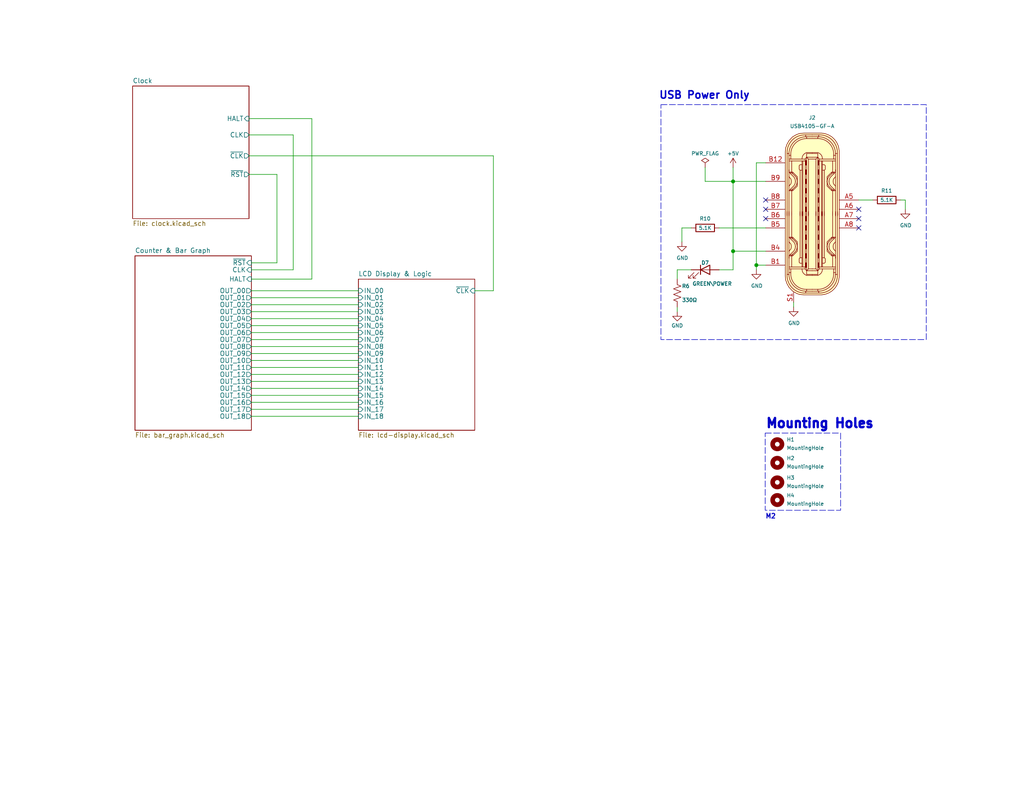
<source format=kicad_sch>
(kicad_sch (version 20230121) (generator eeschema)
  (paper "USLetter")
  (title_block (title "${project_name}") (date "2024-03-01") (rev "${version}"))
  (lib_symbols
    (symbol "Device:LED" (pin_numbers hide) (pin_names (offset 1.016) hide)
      (property "Reference" "D" (at 0 2.54 0))
      (property "Value" "LED" (at 0 -2.54 0))
      (symbol "LED_0_1"
        (polyline (pts (xy -1.27 -1.27) (xy -1.27 1.27)) (stroke (width 0.254)))
        (polyline (pts (xy -1.27 0) (xy 1.27 0)))
        (polyline (pts (xy 1.27 -1.27) (xy 1.27 1.27) (xy -1.27 0) (xy 1.27 -1.27)) (stroke (width 0.254)))
        (polyline (pts (xy -3.048 -0.762) (xy -4.572 -2.286) (xy -3.81 -2.286) (xy -4.572 -2.286) (xy -4.572 -1.524)))
        (polyline (pts (xy -1.778 -0.762) (xy -3.302 -2.286) (xy -2.54 -2.286) (xy -3.302 -2.286) (xy -3.302 -1.524)))
      )
      (symbol "LED_1_1"
        (pin passive line (at -3.81 0 0) (length 2.54) (name "K") (number "1"))
        (pin passive line (at 3.81 0 180) (length 2.54) (name "A") (number "2"))
      )
    )
    (symbol "Device:R" (pin_numbers hide) (pin_names (offset 0))
      (property "Reference" "R" (at 2.032 0 90))
      (property "Value" "R" (at 0 0 90))
      (symbol "R_0_1"
        (rectangle (start -1.016 -2.54) (end 1.016 2.54) (stroke (width 0.254)))
      )
      (symbol "R_1_1"
        (pin passive line (at 0 3.81 270) (length 1.27) (name "~") (number "1"))
        (pin passive line (at 0 -3.81 90) (length 1.27) (name "~") (number "2"))
      )
    )
    (symbol "Device:R_US" (pin_numbers hide) (pin_names (offset 0))
      (property "Reference" "R" (at 2.54 0 90))
      (property "Value" "R_US" (at -2.54 0 90))
      (symbol "R_US_0_1"
        (polyline (pts (xy 0 -2.286) (xy 0 -2.54)))
        (polyline (pts (xy 0 2.286) (xy 0 2.54)))
        (polyline (pts (xy 0 -0.762) (xy 1.016 -1.143) (xy 0 -1.524) (xy -1.016 -1.905) (xy 0 -2.286)))
        (polyline (pts (xy 0 0.762) (xy 1.016 0.381) (xy 0 0) (xy -1.016 -0.381) (xy 0 -0.762)))
        (polyline (pts (xy 0 2.286) (xy 1.016 1.905) (xy 0 1.524) (xy -1.016 1.143) (xy 0 0.762)))
      )
      (symbol "R_US_1_1"
        (pin passive line (at 0 3.81 270) (length 1.27) (name "~") (number "1"))
        (pin passive line (at 0 -3.81 90) (length 1.27) (name "~") (number "2"))
      )
    )
    (symbol "Mechanical:MountingHole" (pin_names (offset 1.016))
      (property "Reference" "H" (at 0 5.08 0))
      (property "Value" "MountingHole" (at 0 3.175 0))
      (symbol "MountingHole_0_1"
        (circle (center 0 0) (radius 1.27) (stroke (width 1.27)))
      )
    )
    (symbol "homebrew_cpu:USB4105-GF-A" (pin_names (offset 1.016))
      (property "Reference" "J" (at -11.43 19.05 0))
      (property "Value" "JWlib_USB4105-GF-A" (at -1.27 -24.13 0))
      (symbol "USB4105-GF-A_1_1"
        (arc (start -6.858 -16.51) (mid -5.4492 -20.1812) (end -1.778 -21.59))
        (arc (start -6.35 -16.51) (mid -4.9749 -19.7069) (end -1.778 -21.082))
        (arc (start -5.842 -16.002) (mid -4.6972 -19.2495) (end -1.524 -20.574))
        (rectangle (start -1.778 -14.605) (end -1.524 -13.335) (fill (type outline)))
        (rectangle (start -1.778 -12.065) (end -1.524 -10.795) (fill (type outline)))
        (rectangle (start -1.778 -9.525) (end -1.524 -8.255) (fill (type outline)))
        (rectangle (start -1.778 -6.985) (end -1.524 -5.715) (fill (type outline)))
        (rectangle (start -1.778 -4.445) (end -1.524 -3.175) (fill (type outline)))
        (rectangle (start -1.778 -1.905) (end -1.524 -0.635) (fill (type outline)))
        (rectangle (start -1.778 1.905) (end -1.524 0.635) (fill (type outline)))
        (rectangle (start -1.778 4.445) (end -1.524 3.175) (fill (type outline)))
        (rectangle (start -1.778 6.985) (end -1.524 5.715) (fill (type outline)))
        (rectangle (start -1.778 9.525) (end -1.524 8.255) (fill (type outline)))
        (rectangle (start -1.778 12.065) (end -1.524 10.795) (fill (type outline)))
        (rectangle (start -1.778 14.605) (end -1.524 13.335) (fill (type outline)))
        (arc (start -1.778 21.082) (mid -4.9749 19.7069) (end -6.35 16.51))
        (arc (start -1.778 21.59) (mid -5.4492 20.1812) (end -6.858 16.51))
        (arc (start -1.524 20.574) (mid -4.6883 19.2412) (end -5.842 16.002))
        (polyline (pts (xy -7.366 -0.508) (xy -7.366 0.635)))
        (polyline (pts (xy -6.858 -0.508) (xy -6.858 0.635)))
        (polyline (pts (xy -6.35 -14.986) (xy -1.905 -14.986)))
        (polyline (pts (xy -6.35 -12.065) (xy -6.35 0)))
        (polyline (pts (xy -6.35 -0.508) (xy -6.35 0.635)))
        (polyline (pts (xy -6.35 12.065) (xy -6.35 0)))
        (polyline (pts (xy -6.35 14.986) (xy -1.905 14.986)))
        (polyline (pts (xy -5.842 -11.43) (xy -5.842 -10.922)))
        (polyline (pts (xy -5.842 -6.35) (xy -5.842 -6.858)))
        (polyline (pts (xy -5.842 6.35) (xy -5.842 6.858)))
        (polyline (pts (xy -5.842 11.43) (xy -5.842 10.922)))
        (polyline (pts (xy -5.588 -14.478) (xy -5.588 -11.43)))
        (polyline (pts (xy -5.588 -6.35) (xy -5.588 0)))
        (polyline (pts (xy -5.588 -0.508) (xy -5.588 0.635)))
        (polyline (pts (xy -5.588 6.35) (xy -5.588 0)))
        (polyline (pts (xy -5.588 14.478) (xy -5.588 11.43)))
        (polyline (pts (xy -5.334 -11.43) (xy -5.334 -11.049)))
        (polyline (pts (xy -5.334 -6.604) (xy -5.334 -6.731)))
        (polyline (pts (xy -5.334 -6.35) (xy -5.334 -6.604)))
        (polyline (pts (xy -5.334 6.35) (xy -5.334 6.604)))
        (polyline (pts (xy -5.334 6.604) (xy -5.334 6.731)))
        (polyline (pts (xy -5.334 11.43) (xy -5.334 11.049)))
        (polyline (pts (xy -3.302 -0.508) (xy -3.302 0.635)))
        (polyline (pts (xy -3.302 0) (xy -3.302 -11.938)))
        (polyline (pts (xy -3.302 0) (xy -3.302 11.938)))
        (polyline (pts (xy -2.794 -0.508) (xy -2.794 0.635)))
        (polyline (pts (xy -2.794 0) (xy -2.794 -14.478)))
        (polyline (pts (xy -2.794 0) (xy -2.794 14.478)))
        (polyline (pts (xy -2.54 -14.478) (xy -2.54 0)))
        (polyline (pts (xy -2.54 -0.508) (xy -2.54 0.635)))
        (polyline (pts (xy -2.54 14.478) (xy -2.54 0)))
        (polyline (pts (xy -1.905 -14.478) (xy -6.35 -14.478)))
        (polyline (pts (xy -1.905 -0.508) (xy -1.905 0.635)))
        (polyline (pts (xy -1.905 0) (xy -1.905 -14.605)))
        (polyline (pts (xy -1.905 0) (xy -1.905 14.605)))
        (polyline (pts (xy -1.905 14.478) (xy -6.35 14.478)))
        (polyline (pts (xy -1.778 -21.59) (xy 0 -21.59)) (fill (type background)))
        (polyline (pts (xy -1.778 -21.082) (xy -1.778 -21.463)))
        (polyline (pts (xy -1.778 -21.082) (xy 0 -21.082)))
        (polyline (pts (xy -1.778 21.082) (xy -1.778 21.463)))
        (polyline (pts (xy -1.778 21.082) (xy 0 21.082)))
        (polyline (pts (xy -1.778 21.59) (xy 0 21.59)) (fill (type background)))
        (polyline (pts (xy -1.524 -20.701) (xy -1.524 -21.082)))
        (polyline (pts (xy -1.524 -20.574) (xy 0 -20.574)))
        (polyline (pts (xy -1.524 -0.508) (xy -1.524 0.635)))
        (polyline (pts (xy -1.524 20.574) (xy 0 20.574)))
        (polyline (pts (xy -1.524 20.701) (xy -1.524 21.082)))
        (polyline (pts (xy -1.016 -14.986) (xy -1.524 -15.494)))
        (polyline (pts (xy -1.016 -0.508) (xy -1.016 0.635)))
        (polyline (pts (xy -1.016 14.986) (xy -1.524 15.494)))
        (polyline (pts (xy 0 -16.764) (xy -1.524 -16.764)))
        (polyline (pts (xy 0 -16.764) (xy 1.524 -16.764)))
        (polyline (pts (xy 0 16.764) (xy -1.524 16.764)))
        (polyline (pts (xy 0 16.764) (xy 1.524 16.764)))
        (polyline (pts (xy 1.016 -14.986) (xy 1.524 -15.494)))
        (polyline (pts (xy 1.016 -0.508) (xy 1.016 0.635)))
        (polyline (pts (xy 1.016 14.986) (xy 1.524 15.494)))
        (polyline (pts (xy 1.524 -20.701) (xy 1.524 -21.082)))
        (polyline (pts (xy 1.524 -20.574) (xy 0 -20.574)))
        (polyline (pts (xy 1.524 -0.508) (xy 1.524 0.635)))
        (polyline (pts (xy 1.524 20.574) (xy 0 20.574)))
        (polyline (pts (xy 1.524 20.701) (xy 1.524 21.082)))
        (polyline (pts (xy 1.778 -21.59) (xy 0 -21.59)) (fill (type background)))
        (polyline (pts (xy 1.778 -21.082) (xy 0 -21.082)))
        (polyline (pts (xy 1.778 -21.082) (xy 1.778 -21.463)))
        (polyline (pts (xy 1.778 21.082) (xy 0 21.082)))
        (polyline (pts (xy 1.778 21.082) (xy 1.778 21.463)))
        (polyline (pts (xy 1.778 21.59) (xy 0 21.59)) (fill (type background)))
        (polyline (pts (xy 1.905 -14.478) (xy 6.35 -14.478)))
        (polyline (pts (xy 1.905 -0.508) (xy 1.905 0.635)))
        (polyline (pts (xy 1.905 0) (xy 1.905 -14.605)))
        (polyline (pts (xy 1.905 0) (xy 1.905 14.605)))
        (polyline (pts (xy 1.905 14.478) (xy 6.35 14.478)))
        (polyline (pts (xy 2.54 -14.478) (xy 2.54 0)))
        (polyline (pts (xy 2.54 -0.508) (xy 2.54 0.635)))
        (polyline (pts (xy 2.54 14.478) (xy 2.54 0)))
        (polyline (pts (xy 2.794 -0.508) (xy 2.794 0.635)))
        (polyline (pts (xy 2.794 0) (xy 2.794 -14.478)))
        (polyline (pts (xy 2.794 0) (xy 2.794 14.478)))
        (polyline (pts (xy 3.302 -0.508) (xy 3.302 0.635)))
        (polyline (pts (xy 3.302 0) (xy 3.302 -11.938)))
        (polyline (pts (xy 3.302 0) (xy 3.302 11.938)))
        (polyline (pts (xy 5.334 -11.43) (xy 5.334 -11.049)))
        (polyline (pts (xy 5.334 -6.604) (xy 5.334 -6.731)))
        (polyline (pts (xy 5.334 -6.35) (xy 5.334 -6.604)))
        (polyline (pts (xy 5.334 6.35) (xy 5.334 6.604)))
        (polyline (pts (xy 5.334 6.604) (xy 5.334 6.731)))
        (polyline (pts (xy 5.334 11.43) (xy 5.334 11.049)))
        (polyline (pts (xy 5.588 -14.478) (xy 5.588 -11.43)))
        (polyline (pts (xy 5.588 -6.35) (xy 5.588 0)))
        (polyline (pts (xy 5.588 -0.508) (xy 5.588 0.635)))
        (polyline (pts (xy 5.588 6.35) (xy 5.588 0)))
        (polyline (pts (xy 5.588 14.478) (xy 5.588 11.43)))
        (polyline (pts (xy 5.842 -11.43) (xy 5.842 -10.922)))
        (polyline (pts (xy 5.842 -6.35) (xy 5.842 -6.858)))
        (polyline (pts (xy 5.842 6.35) (xy 5.842 6.858)))
        (polyline (pts (xy 5.842 11.43) (xy 5.842 10.922)))
        (polyline (pts (xy 6.35 -14.986) (xy 1.905 -14.986)))
        (polyline (pts (xy 6.35 -12.065) (xy 6.35 0)))
        (polyline (pts (xy 6.35 -0.508) (xy 6.35 0.635)))
        (polyline (pts (xy 6.35 12.065) (xy 6.35 0)))
        (polyline (pts (xy 6.35 14.986) (xy 1.905 14.986)))
        (polyline (pts (xy 6.858 -0.508) (xy 6.858 0.635)))
        (polyline (pts (xy 7.366 -0.508) (xy 7.366 0.635)))
        (polyline (pts (xy -6.35 -16.51) (xy -6.858 -16.51) (xy -6.858 0)))
        (polyline (pts (xy -6.35 -11.684) (xy -6.35 -15.875) (xy -6.35 -16.51)))
        (polyline (pts (xy -6.35 11.684) (xy -6.35 15.875) (xy -6.35 16.51)))
        (polyline (pts (xy -6.35 16.51) (xy -6.858 16.51) (xy -6.858 0)))
        (polyline (pts (xy -5.842 -14.986) (xy -5.842 -16.002) (xy -6.35 -16.002)))
        (polyline (pts (xy -5.842 14.986) (xy -5.842 16.002) (xy -6.35 16.002)))
        (polyline (pts (xy -1.524 0) (xy -1.524 -15.494) (xy 0 -15.494)))
        (polyline (pts (xy -1.524 0) (xy -1.524 15.494) (xy 0 15.494)))
        (polyline (pts (xy -1.016 0) (xy -1.016 -14.986) (xy 0 -14.986)))
        (polyline (pts (xy -1.016 0) (xy -1.016 14.986) (xy 0 14.986)))
        (polyline (pts (xy 1.016 0) (xy 1.016 -14.986) (xy 0 -14.986)))
        (polyline (pts (xy 1.016 0) (xy 1.016 14.986) (xy 0 14.986)))
        (polyline (pts (xy 1.524 0) (xy 1.524 -15.494) (xy 0 -15.494)))
        (polyline (pts (xy 1.524 0) (xy 1.524 15.494) (xy 0 15.494)))
        (polyline (pts (xy 5.842 -14.986) (xy 5.842 -16.002) (xy 6.35 -16.002)))
        (polyline (pts (xy 5.842 14.986) (xy 5.842 16.002) (xy 6.35 16.002)))
        (polyline (pts (xy 6.35 -16.51) (xy 6.858 -16.51) (xy 6.858 0)))
        (polyline (pts (xy 6.35 -11.684) (xy 6.35 -15.875) (xy 6.35 -16.51)))
        (polyline (pts (xy 6.35 11.684) (xy 6.35 15.875) (xy 6.35 16.51)))
        (polyline (pts (xy 6.35 16.51) (xy 6.858 16.51) (xy 6.858 0)))
        (polyline (pts (xy -6.35 -11.43) (xy -4.9276 -10.0076) (xy -4.6736 -9.4996) (xy -4.572 -8.89)))
        (polyline (pts (xy -6.35 -10.16) (xy -5.842 -9.6012) (xy -5.7404 -9.271) (xy -5.715 -8.9154)))
        (polyline (pts (xy -6.35 -7.62) (xy -5.842 -8.1788) (xy -5.7404 -8.509) (xy -5.715 -8.8646)))
        (polyline (pts (xy -6.35 -6.35) (xy -4.9276 -7.7724) (xy -4.6736 -8.2804) (xy -4.572 -8.89)))
        (polyline (pts (xy -6.35 6.35) (xy -4.9276 7.7724) (xy -4.6736 8.2804) (xy -4.572 8.89)))
        (polyline (pts (xy -6.35 7.62) (xy -5.842 8.1788) (xy -5.7404 8.509) (xy -5.715 8.8646)))
        (polyline (pts (xy -6.35 10.16) (xy -5.842 9.6012) (xy -5.7404 9.271) (xy -5.715 8.9154)))
        (polyline (pts (xy -6.35 11.43) (xy -4.9276 10.0076) (xy -4.6736 9.4996) (xy -4.572 8.89)))
        (polyline (pts (xy -1.905 -14.605) (xy -1.905 -14.986) (xy -1.778 -15.24) (xy -1.524 -15.494)))
        (polyline (pts (xy -1.905 14.605) (xy -1.905 14.986) (xy -1.778 15.24) (xy -1.524 15.494)))
        (polyline (pts (xy 0 -16.51) (xy -1.397 -16.51) (xy -1.524 -16.51) (xy -1.524 -15.494)))
        (polyline (pts (xy 0 -16.51) (xy 1.397 -16.51) (xy 1.524 -16.51) (xy 1.524 -15.494)))
        (polyline (pts (xy 0 16.51) (xy -1.397 16.51) (xy -1.524 16.51) (xy -1.524 15.494)))
        (polyline (pts (xy 0 16.51) (xy 1.397 16.51) (xy 1.524 16.51) (xy 1.524 15.494)))
        (polyline (pts (xy 1.905 -14.605) (xy 1.905 -14.986) (xy 1.778 -15.24) (xy 1.524 -15.494)))
        (polyline (pts (xy 1.905 14.605) (xy 1.905 14.986) (xy 1.778 15.24) (xy 1.524 15.494)))
        (polyline (pts (xy 6.35 -11.43) (xy 4.9276 -10.0076) (xy 4.6736 -9.4996) (xy 4.572 -8.89)))
        (polyline (pts (xy 6.35 -10.16) (xy 5.842 -9.6012) (xy 5.7404 -9.271) (xy 5.715 -8.9154)))
        (polyline (pts (xy 6.35 -7.62) (xy 5.842 -8.1788) (xy 5.7404 -8.509) (xy 5.715 -8.8646)))
        (polyline (pts (xy 6.35 -6.35) (xy 4.9276 -7.7724) (xy 4.6736 -8.2804) (xy 4.572 -8.89)))
        (polyline (pts (xy 6.35 6.35) (xy 4.9276 7.7724) (xy 4.6736 8.2804) (xy 4.572 8.89)))
        (polyline (pts (xy 6.35 7.62) (xy 5.842 8.1788) (xy 5.7404 8.509) (xy 5.715 8.8646)))
        (polyline (pts (xy 6.35 10.16) (xy 5.842 9.6012) (xy 5.7404 9.271) (xy 5.715 8.9154)))
        (polyline (pts (xy 6.35 11.43) (xy 4.9276 10.0076) (xy 4.6736 9.4996) (xy 4.572 8.89)))
        (polyline (pts (xy -5.842 -11.43) (xy -4.7752 -10.4648) (xy -4.445 -10.1092) (xy -4.2164 -9.6266) (xy -4.064 -8.89)))
        (polyline (pts (xy -5.842 -6.35) (xy -4.7752 -7.3152) (xy -4.445 -7.6708) (xy -4.2164 -8.1534) (xy -4.064 -8.89)))
        (polyline (pts (xy -5.842 6.35) (xy -4.7752 7.3152) (xy -4.445 7.6708) (xy -4.2164 8.1534) (xy -4.064 8.89)))
        (polyline (pts (xy -5.842 11.43) (xy -4.7752 10.4648) (xy -4.445 10.1092) (xy -4.2164 9.6266) (xy -4.064 8.89)))
        (polyline (pts (xy 5.842 -11.43) (xy 4.7752 -10.4648) (xy 4.445 -10.1092) (xy 4.2164 -9.6266) (xy 4.064 -8.89)))
        (polyline (pts (xy 5.842 -6.35) (xy 4.7752 -7.3152) (xy 4.445 -7.6708) (xy 4.2164 -8.1534) (xy 4.064 -8.89)))
        (polyline (pts (xy 5.842 6.35) (xy 4.7752 7.3152) (xy 4.445 7.6708) (xy 4.2164 8.1534) (xy 4.064 8.89)))
        (polyline (pts (xy 5.842 11.43) (xy 4.7752 10.4648) (xy 4.445 10.1092) (xy 4.2164 9.6266) (xy 4.064 8.89)))
        (polyline (pts (xy -6.35 -11.43) (xy -5.334 -11.43) (xy -4.064 -10.16) (xy -4.064 -7.62) (xy -5.334 -6.35) (xy -6.35 -6.35)))
        (polyline (pts (xy -6.35 11.43) (xy -5.334 11.43) (xy -4.064 10.16) (xy -4.064 7.62) (xy -5.334 6.35) (xy -6.35 6.35)))
        (polyline (pts (xy -2.794 -14.986) (xy -2.7432 -15.3924) (xy -2.6416 -15.7988) (xy -2.3876 -16.2052) (xy -1.9812 -16.5608) (xy -1.524 -16.764)))
        (polyline (pts (xy -2.794 -13.462) (xy -3.302 -13.462) (xy -3.556 -13.208) (xy -3.556 -12.192) (xy -3.302 -11.938) (xy -2.794 -11.938)))
        (polyline (pts (xy -2.794 13.462) (xy -3.302 13.462) (xy -3.556 13.208) (xy -3.556 12.192) (xy -3.302 11.938) (xy -2.794 11.938)))
        (polyline (pts (xy -2.794 14.986) (xy -2.7432 15.3924) (xy -2.6416 15.7988) (xy -2.3876 16.2052) (xy -1.9812 16.5608) (xy -1.524 16.764)))
        (polyline (pts (xy 2.794 -14.986) (xy 2.7432 -15.3924) (xy 2.6416 -15.7988) (xy 2.3876 -16.2052) (xy 1.9812 -16.5608) (xy 1.524 -16.764)))
        (polyline (pts (xy 2.794 -13.462) (xy 3.302 -13.462) (xy 3.556 -13.208) (xy 3.556 -12.192) (xy 3.302 -11.938) (xy 2.794 -11.938)))
        (polyline (pts (xy 2.794 13.462) (xy 3.302 13.462) (xy 3.556 13.208) (xy 3.556 12.192) (xy 3.302 11.938) (xy 2.794 11.938)))
        (polyline (pts (xy 2.794 14.986) (xy 2.7432 15.3924) (xy 2.6416 15.7988) (xy 2.3876 16.2052) (xy 1.9812 16.5608) (xy 1.524 16.764)))
        (polyline (pts (xy 6.35 -11.43) (xy 5.334 -11.43) (xy 4.064 -10.16) (xy 4.064 -7.62) (xy 5.334 -6.35) (xy 6.35 -6.35)))
        (polyline (pts (xy 6.35 11.43) (xy 5.334 11.43) (xy 4.064 10.16) (xy 4.064 7.62) (xy 5.334 6.35) (xy 6.35 6.35)))
        (polyline (pts (xy 7.366 0) (xy 7.366 -17.018) (xy 7.366 -17.272) (xy 7.3152 -17.526) (xy 7.2644 -18.034) (xy 7.0612 -18.7452) (xy 6.7056 -19.5072) (xy 6.2992 -20.1168) (xy 5.8928 -20.574) (xy 5.3848 -21.0312) (xy 4.6736 -21.4884) (xy 3.9624 -21.7932) (xy 3.2512 -21.9964) (xy 2.54 -22.098) (xy -2.286 -22.098) (xy -3.4036 -21.9964) (xy -4.2672 -21.6916) (xy -5.334 -21.082) (xy -6.35 -20.0152) (xy -6.9088 -18.9992) (xy -7.2644 -17.9832) (xy -7.3152 -17.526) (xy -7.366 -17.018) (xy -7.366 0)) (fill (type background)))
        (polyline (pts (xy 7.366 0) (xy 7.366 17.018) (xy 7.366 17.272) (xy 7.3152 17.526) (xy 7.2644 18.034) (xy 7.0612 18.7452) (xy 6.7056 19.5072) (xy 6.2992 20.1168) (xy 5.8928 20.574) (xy 5.3848 21.0312) (xy 4.6736 21.4884) (xy 3.9624 21.7932) (xy 3.2512 21.9964) (xy 2.54 22.098) (xy -2.286 22.098) (xy -3.4036 21.9964) (xy -4.2672 21.6916) (xy -5.334 21.082) (xy -6.35 20.0152) (xy -6.9088 18.9992) (xy -7.2644 17.9832) (xy -7.3152 17.526) (xy -7.366 17.018) (xy -7.366 0)) (fill (type background)))
        (arc (start 1.524 -20.574) (mid 4.6883 -19.2412) (end 5.842 -16.002))
        (arc (start 1.778 -21.59) (mid 5.4492 -20.1812) (end 6.858 -16.51))
        (arc (start 1.778 -21.082) (mid 4.9749 -19.7069) (end 6.35 -16.51))
        (rectangle (start 1.778 -14.605) (end 1.524 -13.335) (fill (type outline)))
        (rectangle (start 1.778 -12.065) (end 1.524 -10.795) (fill (type outline)))
        (rectangle (start 1.778 -9.525) (end 1.524 -8.255) (fill (type outline)))
        (rectangle (start 1.778 -6.985) (end 1.524 -5.715) (fill (type outline)))
        (rectangle (start 1.778 -4.445) (end 1.524 -3.175) (fill (type outline)))
        (rectangle (start 1.778 -1.905) (end 1.524 -0.635) (fill (type outline)))
        (rectangle (start 1.778 1.905) (end 1.524 0.635) (fill (type outline)))
        (rectangle (start 1.778 4.445) (end 1.524 3.175) (fill (type outline)))
        (rectangle (start 1.778 6.985) (end 1.524 5.715) (fill (type outline)))
        (rectangle (start 1.778 9.525) (end 1.524 8.255) (fill (type outline)))
        (rectangle (start 1.778 12.065) (end 1.524 10.795) (fill (type outline)))
        (rectangle (start 1.778 14.605) (end 1.524 13.335) (fill (type outline)))
        (arc (start 5.842 16.002) (mid 4.6972 19.2495) (end 1.524 20.574))
        (arc (start 6.35 16.51) (mid 4.9749 19.7069) (end 1.778 21.082))
        (arc (start 6.858 16.51) (mid 5.4492 20.1812) (end 1.778 21.59))
        (pin passive line (at -12.7 13.97 0) (length 5.334) hide (name "~") (number "A1"))
        (pin passive line (at -12.7 -13.97 0) (length 5.334) hide (name "~") (number "A12"))
        (pin passive line (at -12.7 8.89 0) (length 5.334) hide (name "~") (number "A4"))
        (pin passive line (at 12.7 3.81 180) (length 5.334) (name "~") (number "A5"))
        (pin passive line (at 12.7 1.27 180) (length 5.334) (name "~") (number "A6"))
        (pin passive line (at 12.7 -1.27 180) (length 5.334) (name "~") (number "A7"))
        (pin passive line (at 12.7 -3.81 180) (length 5.334) (name "~") (number "A8"))
        (pin passive line (at -12.7 -10.16 0) (length 5.334) hide (name "~") (number "A9"))
        (pin passive line (at -12.7 -13.97 0) (length 5.334) (name "~") (number "B1"))
        (pin passive line (at -12.7 13.97 0) (length 5.334) (name "~") (number "B12"))
        (pin passive line (at -12.7 -10.16 0) (length 5.334) (name "~") (number "B4"))
        (pin passive line (at -12.7 -3.81 0) (length 5.334) (name "~") (number "B5"))
        (pin passive line (at -12.7 -1.27 0) (length 5.334) (name "~") (number "B6"))
        (pin passive line (at -12.7 1.27 0) (length 5.334) (name "~") (number "B7"))
        (pin passive line (at -12.7 3.81 0) (length 5.334) (name "~") (number "B8"))
        (pin passive line (at -12.7 8.89 0) (length 5.334) (name "~") (number "B9"))
        (pin input line (at -5.08 -24.13 90) (length 2.794) (name "~") (number "S1"))
      )
    )
    (symbol "power:+5V" (power) (pin_names (offset 0))
      (property "Value" "+5V" (at 0 3.556 0))
      (symbol "+5V_0_1"
        (polyline (pts (xy -0.762 1.27) (xy 0 2.54)))
        (polyline (pts (xy 0 0) (xy 0 2.54)))
        (polyline (pts (xy 0 2.54) (xy 0.762 1.27)))
      )
      (symbol "+5V_1_1"
        (pin power_in line (at 0 0 90) (length 0) hide (name "+5V") (number "1"))
      )
    )
    (symbol "power:GND" (power) (pin_names (offset 0))
      (property "Value" "GND" (at 0 -3.81 0))
      (symbol "GND_0_1"
        (polyline (pts (xy 0 0) (xy 0 -1.27) (xy 1.27 -1.27) (xy 0 -2.54) (xy -1.27 -1.27) (xy 0 -1.27)))
      )
      (symbol "GND_1_1"
        (pin power_in line (at 0 0 270) (length 0) hide (name "GND") (number "1"))
      )
    )
    (symbol "power:PWR_FLAG" (power) (pin_numbers hide) (pin_names (offset 0) hide)
      (property "Value" "PWR_FLAG" (at 0 3.81 0))
      (symbol "PWR_FLAG_0_0"
        (pin power_out line (at 0 0 90) (length 0) (name "pwr") (number "1"))
      )
      (symbol "PWR_FLAG_0_1"
        (polyline (pts (xy 0 0) (xy 0 1.27) (xy -1.016 1.905) (xy 0 2.54) (xy 1.016 1.905) (xy 0 1.27)))
      )
    )
  )
  (junction (at 200.025 49.53))
  (junction (at 200.025 68.58))
  (junction (at 206.375 72.39))
  (no_connect (at 208.915 57.15))
  (no_connect (at 208.915 54.61))
  (no_connect (at 208.915 59.69))
  (no_connect (at 234.315 62.23))
  (no_connect (at 234.315 59.69))
  (no_connect (at 234.315 57.15))
  (wire (pts (xy 208.915 68.58) (xy 200.025 68.58)))
  (wire (pts (xy 206.375 44.45) (xy 206.375 72.39)))
  (wire (pts (xy 192.405 45.72) (xy 192.405 49.53)))
  (wire (pts (xy 200.025 49.53) (xy 200.025 45.72)))
  (wire (pts (xy 68.58 96.52) (xy 97.79 96.52)))
  (wire (pts (xy 184.785 73.66) (xy 188.595 73.66)))
  (wire (pts (xy 67.945 42.545) (xy 134.62 42.545)))
  (wire (pts (xy 216.535 82.55) (xy 216.535 83.82)))
  (wire (pts (xy 200.025 73.66) (xy 200.025 68.58)))
  (wire (pts (xy 196.215 62.23) (xy 208.915 62.23)))
  (wire (pts (xy 134.62 79.375) (xy 129.54 79.375)))
  (wire (pts (xy 68.58 102.235) (xy 97.79 102.235)))
  (wire (pts (xy 192.405 49.53) (xy 200.025 49.53)))
  (wire (pts (xy 184.785 73.66) (xy 184.785 76.2)))
  (wire (pts (xy 68.58 106.045) (xy 97.79 106.045)))
  (wire (pts (xy 208.915 72.39) (xy 206.375 72.39)))
  (wire (pts (xy 245.745 54.61) (xy 247.015 54.61)))
  (wire (pts (xy 184.785 83.82) (xy 184.785 85.09)))
  (wire (pts (xy 67.945 32.385) (xy 85.09 32.385)))
  (wire (pts (xy 68.58 104.14) (xy 97.79 104.14)))
  (wire (pts (xy 68.58 86.995) (xy 97.79 86.995)))
  (wire (pts (xy 206.375 72.39) (xy 206.375 73.66)))
  (wire (pts (xy 68.58 100.33) (xy 97.79 100.33)))
  (wire (pts (xy 85.09 76.2) (xy 68.58 76.2)))
  (wire (pts (xy 68.58 109.855) (xy 97.79 109.855)))
  (wire (pts (xy 234.315 54.61) (xy 238.125 54.61)))
  (wire (pts (xy 68.58 79.375) (xy 97.79 79.375)))
  (wire (pts (xy 134.62 42.545) (xy 134.62 79.375)))
  (wire (pts (xy 68.58 94.615) (xy 97.79 94.615)))
  (wire (pts (xy 80.01 36.83) (xy 80.01 73.66)))
  (wire (pts (xy 68.58 81.28) (xy 97.79 81.28)))
  (wire (pts (xy 186.055 62.23) (xy 186.055 66.04)))
  (wire (pts (xy 208.915 49.53) (xy 200.025 49.53)))
  (wire (pts (xy 68.58 85.09) (xy 97.79 85.09)))
  (wire (pts (xy 85.09 32.385) (xy 85.09 76.2)))
  (wire (pts (xy 196.215 73.66) (xy 200.025 73.66)))
  (wire (pts (xy 68.58 88.9) (xy 97.79 88.9)))
  (wire (pts (xy 75.565 47.625) (xy 67.945 47.625)))
  (wire (pts (xy 68.58 111.76) (xy 97.79 111.76)))
  (wire (pts (xy 68.58 92.71) (xy 97.79 92.71)))
  (wire (pts (xy 67.945 36.83) (xy 80.01 36.83)))
  (wire (pts (xy 200.025 68.58) (xy 200.025 49.53)))
  (wire (pts (xy 68.58 83.185) (xy 97.79 83.185)))
  (wire (pts (xy 68.58 107.95) (xy 97.79 107.95)))
  (wire (pts (xy 68.58 71.755) (xy 75.565 71.755)))
  (wire (pts (xy 68.58 113.665) (xy 97.79 113.665)))
  (wire (pts (xy 247.015 54.61) (xy 247.015 57.15)))
  (wire (pts (xy 75.565 71.755) (xy 75.565 47.625)))
  (wire (pts (xy 80.01 73.66) (xy 68.58 73.66)))
  (wire (pts (xy 68.58 98.425) (xy 97.79 98.425)))
  (wire (pts (xy 188.595 62.23) (xy 186.055 62.23)))
  (wire (pts (xy 208.915 44.45) (xy 206.375 44.45)))
  (wire (pts (xy 68.58 90.805) (xy 97.79 90.805)))
  (rectangle (start 180.34 28.575) (end 252.73 92.71) (stroke (width 0) (type dash)))
  (rectangle (start 208.788 118.237) (end 229.362 139.319) (stroke (width 0) (type dash)))
  (text "USB Power Only" (at 179.705 27.305 0) (effects (font (size 2.0066 2.0066) (thickness 0.4013) bold) (justify left bottom)))
  (text "Mounting Holes" (at 208.788 117.221 0) (effects (font (size 2.5 2.5) (thickness 0.8) bold) (justify left bottom)))
  (text "M2" (at 208.788 141.859 0) (effects (font (size 1.27 1.27) (thickness 0.254) bold) (justify left bottom)))
  (symbol (lib_id "Device:R") (at 241.935 54.61 270) (unit 1)
    (property "Reference" "R11" (at 241.935 52.07 90) (effects (font (size 1 1))))
    (property "Value" "5.1K" (at 241.935 54.61 90) (effects (font (size 1 1))))
    (property "Footprint" "Resistor_THT:R_Axial_DIN0207_L6.3mm_D2.5mm_P7.62mm_Horizontal" (effects hide))
  )
  (symbol (lib_id "Mechanical:MountingHole") (at 212.09 126.365 0) (unit 1)
    (property "Reference" "H2" (at 214.63 125.095 0) (effects (font (size 1 1)) (justify left)))
    (property "Value" "MountingHole" (at 214.63 127.381 0) (effects (font (size 1 1)) (justify left)))
    (property "Footprint" "MountingHole:MountingHole_2.7mm_M2.5" (effects hide))
  )
  (symbol (lib_id "Mechanical:MountingHole") (at 212.09 136.525 0) (unit 1)
    (property "Reference" "H4" (at 214.63 135.255 0) (effects (font (size 1 1)) (justify left)))
    (property "Value" "MountingHole" (at 214.63 137.541 0) (effects (font (size 1 1)) (justify left)))
    (property "Footprint" "MountingHole:MountingHole_2.7mm_M2.5" (effects hide))
  )
  (symbol (lib_id "Device:R_US") (at 184.785 80.01 180) (unit 1)
    (property "Reference" "R6" (at 186.055 78.105 0) (effects (font (size 1 1)) (justify right)))
    (property "Value" "330Ω" (at 186.055 81.915 0) (effects (font (size 1 1)) (justify right)))
    (property "Footprint" "Resistor_THT:R_Axial_DIN0207_L6.3mm_D2.5mm_P7.62mm_Horizontal" (effects hide))
  )
  (symbol (lib_id "power:GND") (at 216.535 83.82 0) (unit 1)
    (property "Reference" "#PWR044" (effects hide))
    (property "Value" "GND" (at 216.662 88.2142 0) (effects (font (size 1 1))))
  )
  (symbol (lib_id "power:PWR_FLAG") (at 192.405 45.72 0) (unit 1)
    (property "Reference" "#FLG03" (effects hide))
    (property "Value" "PWR_FLAG" (at 192.405 41.91 0) (effects (font (size 1 1))))
  )
  (symbol (lib_id "homebrew_cpu:USB4105-GF-A") (at 221.615 58.42 0) (unit 1)
    (property "Reference" "J2" (at 221.615 32.131 0) (effects (font (size 1 1))))
    (property "Value" "USB4105-GF-A" (at 221.615 34.4424 0) (effects (font (size 1 1))))
    (property "Footprint" "footprints:USB_C_Receptacle_HRO_TYPE-C-31-M-12" (effects hide))
    (property "Datasheet" "https://media.digikey.com/pdf/Data%20Sheets/GCT%20PDFs/USB4105%20-%20Product%20Drawing.pdf" (effects hide))
    (property "Digi-Key_PN" "2073-USB4105-GF-ATR-ND" (effects hide))
    (property "MPN" "USB4105-GF-A" (effects hide))
    (property "DK_Datasheet_Link" "https://media.digikey.com/pdf/Data%20Sheets/GCT%20PDFs/USB4105%20-%20Product%20Drawing.pdf" (effects hide))
    (property "DK_Detail_Page" "https://www.digikey.com/en/products/detail/gct/USB4105-GF-A/11198441" (effects hide))
    (property "Description" "USB-C (USB TYPE-C) USB 2.0 Receptacle Connector 24 (16+8 Dummy) Position Surface Mount, Right Angle; Through Hole" (effects hide))
    (property "Manufacturer" "GCT" (effects hide))
  )
  (symbol (lib_id "power:GND") (at 247.015 57.15 0) (unit 1)
    (property "Reference" "#PWR045" (effects hide))
    (property "Value" "GND" (at 247.142 61.5442 0) (effects (font (size 1 1))))
  )
  (symbol (lib_id "Device:R") (at 192.405 62.23 270) (unit 1)
    (property "Reference" "R10" (at 192.405 59.69 90) (effects (font (size 1 1))))
    (property "Value" "5.1K" (at 192.405 62.23 90) (effects (font (size 1 1))))
    (property "Footprint" "Resistor_THT:R_Axial_DIN0207_L6.3mm_D2.5mm_P7.62mm_Horizontal" (effects hide))
  )
  (symbol (lib_id "power:GND") (at 184.785 85.09 0) (unit 1)
    (property "Reference" "#PWR047" (effects hide))
    (property "Value" "GND" (at 184.785 88.9 0) (effects (font (size 1 1))))
  )
  (symbol (lib_id "power:+5V") (at 200.025 45.72 0) (unit 1)
    (property "Reference" "#PWR042" (effects hide))
    (property "Value" "+5V" (at 200.025 41.91 0) (effects (font (size 1 1))))
  )
  (symbol (lib_id "power:GND") (at 206.375 73.66 0) (unit 1)
    (property "Reference" "#PWR043" (effects hide))
    (property "Value" "GND" (at 206.502 78.0542 0) (effects (font (size 1 1))))
  )
  (symbol (lib_id "power:GND") (at 186.055 66.04 0) (unit 1)
    (property "Reference" "#PWR041" (effects hide))
    (property "Value" "GND" (at 186.182 70.4342 0) (effects (font (size 1 1))))
  )
  (symbol (lib_id "Mechanical:MountingHole") (at 212.09 131.699 0) (unit 1)
    (property "Reference" "H3" (at 214.63 130.429 0) (effects (font (size 1 1)) (justify left)))
    (property "Value" "MountingHole" (at 214.63 132.715 0) (effects (font (size 1 1)) (justify left)))
    (property "Footprint" "MountingHole:MountingHole_2.7mm_M2.5" (effects hide))
  )
  (symbol (lib_id "Device:LED") (at 192.405 73.66 0) (unit 1)
    (property "Reference" "D7" (at 192.405 71.755 0) (effects (font (size 1 1))))
    (property "Value" "GREEN\\POWER" (at 194.31 77.47 0) (effects (font (size 1 1))))
    (property "Footprint" "LED_THT:LED_D3.0mm" (effects hide))
  )
  (symbol (lib_id "Mechanical:MountingHole") (at 212.09 121.285 0) (unit 1)
    (property "Reference" "H1" (at 214.63 120.015 0) (effects (font (size 1 1)) (justify left)))
    (property "Value" "MountingHole" (at 214.63 122.301 0) (effects (font (size 1 1)) (justify left)))
    (property "Footprint" "MountingHole:MountingHole_2.7mm_M2.5" (effects hide))
  )
  (sheet (at 36.83 69.85) (size 31.75 47.625) (stroke (width 0.1524))
    (property "Sheetname" "Counter & Bar Graph" (at 36.83 69.1384 0) (effects (justify left bottom)))
    (property "Sheetfile" "bar_graph.kicad_sch" (at 36.83 118.0596 0) (effects (justify left top)))
    (pin "~{RST}" input (at 68.58 71.755 0))
    (pin "CLK" input (at 68.58 73.66 0))
    (pin "OUT_16" output (at 68.58 109.855 0))
    (pin "OUT_17" output (at 68.58 111.76 0))
    (pin "OUT_18" output (at 68.58 113.665 0))
    (pin "OUT_12" output (at 68.58 102.235 0))
    (pin "OUT_09" output (at 68.58 96.52 0))
    (pin "OUT_10" output (at 68.58 98.425 0))
    (pin "OUT_11" output (at 68.58 100.33 0))
    (pin "OUT_14" output (at 68.58 106.045 0))
    (pin "OUT_15" output (at 68.58 107.95 0))
    (pin "OUT_03" output (at 68.58 85.09 0))
    (pin "OUT_13" output (at 68.58 104.14 0))
    (pin "OUT_04" output (at 68.58 86.995 0))
    (pin "OUT_05" output (at 68.58 88.9 0))
    (pin "OUT_06" output (at 68.58 90.805 0))
    (pin "OUT_07" output (at 68.58 92.71 0))
    (pin "OUT_08" output (at 68.58 94.615 0))
    (pin "OUT_01" output (at 68.58 81.28 0))
    (pin "OUT_02" output (at 68.58 83.185 0))
    (pin "OUT_00" output (at 68.58 79.375 0))
    (pin "HALT" input (at 68.58 76.2 0))
  )
  (sheet (at 97.79 76.2) (size 31.75 41.275) (stroke (width 0.1524))
    (property "Sheetname" "LCD Display & Logic" (at 97.79 75.4884 0) (effects (justify left bottom)))
    (property "Sheetfile" "lcd-display.kicad_sch" (at 97.79 118.0596 0) (effects (justify left top)))
    (pin "IN_14" input (at 97.79 106.045 180))
    (pin "IN_08" input (at 97.79 94.615 180))
    (pin "IN_17" input (at 97.79 111.76 180))
    (pin "IN_09" input (at 97.79 96.52 180))
    (pin "IN_10" input (at 97.79 98.425 180))
    (pin "IN_11" input (at 97.79 100.33 180))
    (pin "IN_13" input (at 97.79 104.14 180))
    (pin "IN_06" input (at 97.79 90.805 180))
    (pin "IN_05" input (at 97.79 88.9 180))
    (pin "IN_04" input (at 97.79 86.995 180))
    (pin "IN_03" input (at 97.79 85.09 180))
    (pin "IN_00" input (at 97.79 79.375 180))
    (pin "IN_07" input (at 97.79 92.71 180))
    (pin "IN_12" input (at 97.79 102.235 180))
    (pin "IN_15" input (at 97.79 107.95 180))
    (pin "IN_01" input (at 97.79 81.28 180))
    (pin "IN_02" input (at 97.79 83.185 180))
    (pin "IN_16" input (at 97.79 109.855 180))
    (pin "IN_18" input (at 97.79 113.665 180))
    (pin "~{CLK}" input (at 129.54 79.375 0))
  )
  (sheet (at 36.195 23.495) (size 31.75 36.195) (stroke (width 0.1524))
    (property "Sheetname" "Clock" (at 36.195 22.7834 0) (effects (justify left bottom)))
    (property "Sheetfile" "clock.kicad_sch" (at 36.195 60.2746 0) (effects (justify left top)))
    (pin "~{RST}" output (at 67.945 47.625 0))
    (pin "~{CLK}" output (at 67.945 42.545 0))
    (pin "CLK" output (at 67.945 36.83 0))
    (pin "HALT" input (at 67.945 32.385 0))
  )
)
</source>
